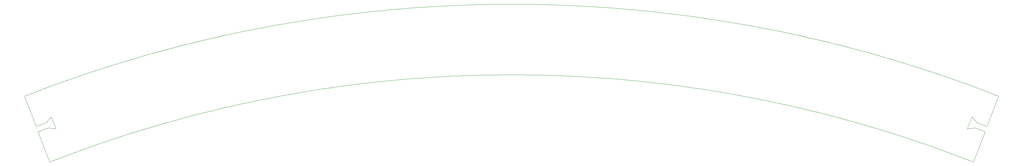
<source format=gbr>
G04 #@! TF.GenerationSoftware,KiCad,Pcbnew,(5.0.1)-4*
G04 #@! TF.CreationDate,2018-11-24T23:16:14-05:00*
G04 #@! TF.ProjectId,strutB,7374727574422E6B696361645F706362,rev?*
G04 #@! TF.SameCoordinates,Original*
G04 #@! TF.FileFunction,Profile,NP*
%FSLAX46Y46*%
G04 Gerber Fmt 4.6, Leading zero omitted, Abs format (unit mm)*
G04 Created by KiCad (PCBNEW (5.0.1)-4) date 2018-11-24 11:16:14 PM*
%MOMM*%
%LPD*%
G01*
G04 APERTURE LIST*
%ADD10C,0.050000*%
G04 APERTURE END LIST*
D10*
X79000000Y-163420000D02*
X79000000Y-163420000D01*
X79000000Y-163420000D02*
X81500000Y-162450000D01*
X81500000Y-162450000D02*
X84010000Y-161500000D01*
X84010000Y-161500000D02*
X86520000Y-160570000D01*
X86520000Y-160570000D02*
X89050000Y-159660000D01*
X89050000Y-159660000D02*
X91570000Y-158760000D01*
X91570000Y-158760000D02*
X94110000Y-157890000D01*
X94110000Y-157890000D02*
X96650000Y-157030000D01*
X96650000Y-157030000D02*
X99200000Y-156190000D01*
X99200000Y-156190000D02*
X101750000Y-155370000D01*
X101750000Y-155370000D02*
X104310000Y-154570000D01*
X104310000Y-154570000D02*
X106880000Y-153790000D01*
X106880000Y-153790000D02*
X109450000Y-153030000D01*
X109450000Y-153030000D02*
X112030000Y-152290000D01*
X112030000Y-152290000D02*
X114610000Y-151570000D01*
X114610000Y-151570000D02*
X117200000Y-150870000D01*
X117200000Y-150870000D02*
X119790000Y-150180000D01*
X119790000Y-150180000D02*
X122390000Y-149520000D01*
X122390000Y-149520000D02*
X124990000Y-148870000D01*
X124990000Y-148870000D02*
X127600000Y-148250000D01*
X127600000Y-148250000D02*
X130210000Y-147640000D01*
X130210000Y-147640000D02*
X132830000Y-147060000D01*
X132830000Y-147060000D02*
X135450000Y-146490000D01*
X135450000Y-146490000D02*
X138080000Y-145940000D01*
X138080000Y-145940000D02*
X140710000Y-145420000D01*
X140710000Y-145420000D02*
X143340000Y-144910000D01*
X143340000Y-144910000D02*
X145980000Y-144420000D01*
X145980000Y-144420000D02*
X148620000Y-143950000D01*
X148620000Y-143950000D02*
X151260000Y-143500000D01*
X151260000Y-143500000D02*
X153910000Y-143070000D01*
X153910000Y-143070000D02*
X156560000Y-142660000D01*
X156560000Y-142660000D02*
X159210000Y-142280000D01*
X159210000Y-142280000D02*
X161870000Y-141910000D01*
X161870000Y-141910000D02*
X164530000Y-141560000D01*
X164530000Y-141560000D02*
X167190000Y-141230000D01*
X167190000Y-141230000D02*
X169860000Y-140920000D01*
X169860000Y-140920000D02*
X172520000Y-140630000D01*
X172520000Y-140630000D02*
X175190000Y-140360000D01*
X175190000Y-140360000D02*
X177860000Y-140110000D01*
X177860000Y-140110000D02*
X180530000Y-139880000D01*
X180530000Y-139880000D02*
X183210000Y-139670000D01*
X183210000Y-139670000D02*
X185880000Y-139480000D01*
X185880000Y-139480000D02*
X188560000Y-139310000D01*
X188560000Y-139310000D02*
X191240000Y-139160000D01*
X191240000Y-139160000D02*
X193910000Y-139030000D01*
X193910000Y-139030000D02*
X196590000Y-138920000D01*
X196590000Y-138920000D02*
X199270000Y-138830000D01*
X199270000Y-138830000D02*
X201960000Y-138760000D01*
X201960000Y-138760000D02*
X204640000Y-138710000D01*
X204640000Y-138710000D02*
X207320000Y-138680000D01*
X207320000Y-138680000D02*
X210000000Y-138670000D01*
X210000000Y-138670000D02*
X212680000Y-138680000D01*
X212680000Y-138680000D02*
X215360000Y-138710000D01*
X215360000Y-138710000D02*
X218050000Y-138760000D01*
X218050000Y-138760000D02*
X220730000Y-138830000D01*
X220730000Y-138830000D02*
X223410000Y-138920000D01*
X223410000Y-138920000D02*
X226090000Y-139030000D01*
X226090000Y-139030000D02*
X228770000Y-139160000D01*
X228770000Y-139160000D02*
X231440000Y-139310000D01*
X231440000Y-139310000D02*
X234120000Y-139480000D01*
X234120000Y-139480000D02*
X236800000Y-139670000D01*
X236800000Y-139670000D02*
X239470000Y-139880000D01*
X239470000Y-139880000D02*
X242140000Y-140110000D01*
X242140000Y-140110000D02*
X244810000Y-140360000D01*
X244810000Y-140360000D02*
X247480000Y-140630000D01*
X247480000Y-140630000D02*
X250150000Y-140920000D01*
X250150000Y-140920000D02*
X252810000Y-141230000D01*
X252810000Y-141230000D02*
X255470000Y-141560000D01*
X255470000Y-141560000D02*
X258130000Y-141910000D01*
X258130000Y-141910000D02*
X260790000Y-142280000D01*
X260790000Y-142280000D02*
X263440000Y-142670000D01*
X263440000Y-142670000D02*
X266090000Y-143070000D01*
X266090000Y-143070000D02*
X268740000Y-143500000D01*
X268740000Y-143500000D02*
X271380000Y-143950000D01*
X271380000Y-143950000D02*
X274020000Y-144420000D01*
X274020000Y-144420000D02*
X276660000Y-144910000D01*
X276660000Y-144910000D02*
X279290000Y-145420000D01*
X279290000Y-145420000D02*
X281920000Y-145940000D01*
X281920000Y-145940000D02*
X284550000Y-146490000D01*
X284550000Y-146490000D02*
X287170000Y-147060000D01*
X287170000Y-147060000D02*
X289790000Y-147640000D01*
X289790000Y-147640000D02*
X292400000Y-148250000D01*
X292400000Y-148250000D02*
X295010000Y-148880000D01*
X295010000Y-148880000D02*
X297610000Y-149520000D01*
X297610000Y-149520000D02*
X300210000Y-150180000D01*
X300210000Y-150180000D02*
X302800000Y-150870000D01*
X302800000Y-150870000D02*
X305390000Y-151570000D01*
X305390000Y-151570000D02*
X307970000Y-152290000D01*
X307970000Y-152290000D02*
X310550000Y-153030000D01*
X310550000Y-153030000D02*
X313120000Y-153800000D01*
X313120000Y-153800000D02*
X315690000Y-154580000D01*
X315690000Y-154580000D02*
X318250000Y-155370000D01*
X318250000Y-155370000D02*
X320800000Y-156190000D01*
X320800000Y-156190000D02*
X323350000Y-157030000D01*
X323350000Y-157030000D02*
X325890000Y-157890000D01*
X325890000Y-157890000D02*
X328430000Y-158760000D01*
X328430000Y-158760000D02*
X330960000Y-159660000D01*
X330960000Y-159660000D02*
X333480000Y-160570000D01*
X333480000Y-160570000D02*
X335990000Y-161500000D01*
X335990000Y-161500000D02*
X338500000Y-162450000D01*
X341000000Y-163420000D02*
X338500000Y-162450000D01*
X79000000Y-163420000D02*
X79000000Y-163420000D01*
X79000000Y-163420000D02*
X75710000Y-154820000D01*
X75710000Y-154820000D02*
X78510000Y-153750000D01*
X78510000Y-153750000D02*
X80740000Y-153970000D01*
X80740000Y-153970000D02*
X79450000Y-150610000D01*
X79450000Y-150610000D02*
X77940000Y-152260000D01*
X77940000Y-152260000D02*
X75140000Y-153330000D01*
X75140000Y-153330000D02*
X71850000Y-144740000D01*
X348150000Y-144740000D02*
X348150000Y-144740000D01*
X348150000Y-144740000D02*
X345510000Y-143720000D01*
X345510000Y-143720000D02*
X342870000Y-142720000D01*
X342870000Y-142720000D02*
X340220000Y-141740000D01*
X340220000Y-141740000D02*
X337560000Y-140770000D01*
X337560000Y-140770000D02*
X334890000Y-139830000D01*
X334890000Y-139830000D02*
X332220000Y-138910000D01*
X332220000Y-138910000D02*
X329530000Y-138010000D01*
X329530000Y-138010000D02*
X326850000Y-137130000D01*
X326850000Y-137130000D02*
X324150000Y-136260000D01*
X324150000Y-136260000D02*
X321450000Y-135420000D01*
X321450000Y-135420000D02*
X318750000Y-134600000D01*
X318750000Y-134600000D02*
X316040000Y-133800000D01*
X316040000Y-133800000D02*
X313320000Y-133020000D01*
X313320000Y-133020000D02*
X310590000Y-132260000D01*
X310590000Y-132260000D02*
X307860000Y-131520000D01*
X307860000Y-131520000D02*
X305130000Y-130800000D01*
X305130000Y-130800000D02*
X302390000Y-130100000D01*
X302390000Y-130100000D02*
X299640000Y-129420000D01*
X299640000Y-129420000D02*
X296890000Y-128760000D01*
X296890000Y-128760000D02*
X294140000Y-128120000D01*
X294140000Y-128120000D02*
X291380000Y-127500000D01*
X291380000Y-127500000D02*
X288610000Y-126910000D01*
X288610000Y-126910000D02*
X285840000Y-126330000D01*
X285840000Y-126330000D02*
X283070000Y-125780000D01*
X283070000Y-125780000D02*
X280290000Y-125240000D01*
X280290000Y-125240000D02*
X277510000Y-124730000D01*
X277510000Y-124730000D02*
X274730000Y-124230000D01*
X274730000Y-124230000D02*
X271940000Y-123760000D01*
X271940000Y-123760000D02*
X269150000Y-123310000D01*
X269150000Y-123310000D02*
X266350000Y-122880000D01*
X266350000Y-122880000D02*
X263560000Y-122470000D01*
X263560000Y-122470000D02*
X260750000Y-122080000D01*
X260750000Y-122080000D02*
X257950000Y-121710000D01*
X257950000Y-121710000D02*
X255140000Y-121360000D01*
X255140000Y-121360000D02*
X252330000Y-121040000D01*
X252330000Y-121040000D02*
X249520000Y-120730000D01*
X249520000Y-120730000D02*
X246710000Y-120450000D01*
X246710000Y-120450000D02*
X243890000Y-120180000D01*
X243890000Y-120180000D02*
X241080000Y-119940000D01*
X241080000Y-119940000D02*
X238260000Y-119720000D01*
X238260000Y-119720000D02*
X235430000Y-119520000D01*
X235430000Y-119520000D02*
X232610000Y-119340000D01*
X232610000Y-119340000D02*
X229790000Y-119180000D01*
X229790000Y-119180000D02*
X226960000Y-119040000D01*
X226960000Y-119040000D02*
X224140000Y-118930000D01*
X224140000Y-118930000D02*
X221310000Y-118830000D01*
X221310000Y-118830000D02*
X218480000Y-118760000D01*
X218480000Y-118760000D02*
X215660000Y-118710000D01*
X215660000Y-118710000D02*
X212830000Y-118670000D01*
X212830000Y-118670000D02*
X210000000Y-118660000D01*
X210000000Y-118660000D02*
X207170000Y-118670000D01*
X207170000Y-118670000D02*
X204340000Y-118710000D01*
X204340000Y-118710000D02*
X201520000Y-118760000D01*
X201520000Y-118760000D02*
X198690000Y-118830000D01*
X198690000Y-118830000D02*
X195860000Y-118930000D01*
X195860000Y-118930000D02*
X193040000Y-119040000D01*
X193040000Y-119040000D02*
X190210000Y-119180000D01*
X190210000Y-119180000D02*
X187390000Y-119340000D01*
X187390000Y-119340000D02*
X184570000Y-119520000D01*
X184570000Y-119520000D02*
X181740000Y-119720000D01*
X181740000Y-119720000D02*
X178930000Y-119940000D01*
X178930000Y-119940000D02*
X176110000Y-120180000D01*
X176110000Y-120180000D02*
X173290000Y-120450000D01*
X173290000Y-120450000D02*
X170480000Y-120730000D01*
X170480000Y-120730000D02*
X167670000Y-121040000D01*
X167670000Y-121040000D02*
X164860000Y-121360000D01*
X164860000Y-121360000D02*
X162050000Y-121710000D01*
X162050000Y-121710000D02*
X159250000Y-122080000D01*
X159250000Y-122080000D02*
X156450000Y-122470000D01*
X156450000Y-122470000D02*
X153650000Y-122880000D01*
X153650000Y-122880000D02*
X150850000Y-123310000D01*
X150850000Y-123310000D02*
X148060000Y-123760000D01*
X148060000Y-123760000D02*
X145270000Y-124230000D01*
X145270000Y-124230000D02*
X142490000Y-124730000D01*
X142490000Y-124730000D02*
X139710000Y-125240000D01*
X139710000Y-125240000D02*
X136930000Y-125780000D01*
X136930000Y-125780000D02*
X134160000Y-126330000D01*
X134160000Y-126330000D02*
X131390000Y-126910000D01*
X131390000Y-126910000D02*
X128620000Y-127500000D01*
X128620000Y-127500000D02*
X125860000Y-128120000D01*
X125860000Y-128120000D02*
X123110000Y-128760000D01*
X123110000Y-128760000D02*
X120360000Y-129420000D01*
X120360000Y-129420000D02*
X117610000Y-130100000D01*
X117610000Y-130100000D02*
X114870000Y-130800000D01*
X114870000Y-130800000D02*
X112140000Y-131520000D01*
X112140000Y-131520000D02*
X109410000Y-132260000D01*
X109410000Y-132260000D02*
X106680000Y-133020000D01*
X106680000Y-133020000D02*
X103960000Y-133800000D01*
X103960000Y-133800000D02*
X101250000Y-134600000D01*
X101250000Y-134600000D02*
X98550000Y-135420000D01*
X98550000Y-135420000D02*
X95850000Y-136260000D01*
X95850000Y-136260000D02*
X93150000Y-137130000D01*
X93150000Y-137130000D02*
X90470000Y-138010000D01*
X90470000Y-138010000D02*
X87780000Y-138910000D01*
X87780000Y-138910000D02*
X85110000Y-139830000D01*
X85110000Y-139830000D02*
X82440000Y-140770000D01*
X82440000Y-140770000D02*
X79790000Y-141740000D01*
X79790000Y-141740000D02*
X77130000Y-142720000D01*
X77130000Y-142720000D02*
X74490000Y-143720000D01*
X71850000Y-144740000D02*
X74490000Y-143720000D01*
X348150000Y-144740000D02*
X348150000Y-144740000D01*
X348150000Y-144740000D02*
X344860000Y-153330000D01*
X344860000Y-153330000D02*
X342060000Y-152260000D01*
X342060000Y-152260000D02*
X340550000Y-150610000D01*
X340550000Y-150610000D02*
X339260000Y-153970000D01*
X339260000Y-153970000D02*
X341490000Y-153750000D01*
X341490000Y-153750000D02*
X344290000Y-154820000D01*
X344290000Y-154820000D02*
X341000000Y-163420000D01*
M02*

</source>
